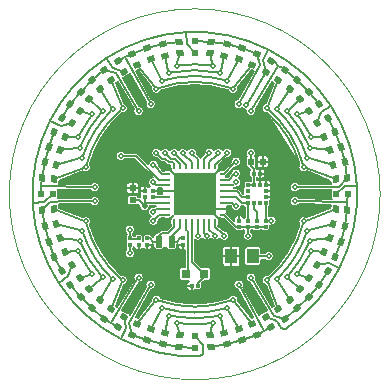
<source format=gbr>
G04 GENERATED BY PULSONIX 8.5 GERBER.DLL 5900*
G04 #@! TF.Part,Single*
%FSLAX35Y35*%
%LPD*%
%MOIN*%
G04 #@! TF.FileFunction,Copper,L1,Top*
G04 #@! TA.AperFunction,Profile*
%ADD10C,0.00001*%
G04 #@! TA.AperFunction,OtherCopper*
%ADD11C,0.00600*%
G04 #@! TA.AperFunction,ViaPad*
%ADD13C,0.02000X0.01000*%
G04 #@! TA.AperFunction,Conductor*
%ADD17C,0.00500*%
%ADD18C,0.00787*%
G04 #@! TA.AperFunction,SMDPad*
%ADD21R,0.03937X0.05118*%
%ADD24R,0.01181X0.01417*%
%ADD25R,0.01417X0.01181*%
G04 #@! TA.AperFunction,WasherPad*
%ADD122C,0.00001*%
G04 #@! TA.AperFunction,SMDPad*
%ADD137R,0.02362X0.01969*%
%ADD138R,0.01969X0.02362*%
G04 #@! TA.AperFunction,OtherCopper*
%ADD191C,0.00500*%
G04 #@! TA.AperFunction,SMDPad*
%ADD192R,0.03150X0.03150*%
%ADD193R,0.01969X0.03937*%
%ADD194R,0.01378X0.01476*%
%ADD195R,0.01476X0.01378*%
%AMT196*0 Bullet Pad at angle 0*1,1,0.00984,0.00000,0.00541*21,1,0.00984,0.01083,0,0,0*%
%ADD196T196*%
%AMT197*0 Bullet Pad at angle 90*1,1,0.00984,-0.00541,0.00000*21,1,0.00984,0.01083,0,0,90*%
%ADD197T197*%
%AMT198*0 Bullet Pad at angle 180*1,1,0.00984,0.00000,-0.00541*21,1,0.00984,0.01083,0,0,180*%
%ADD198T198*%
%AMT199*0 Bullet Pad at angle 270*1,1,0.00984,0.00541,0.00000*21,1,0.00984,0.01083,0,0,270*%
%ADD199T199*%
%ADD200R,0.14173X0.14173*%
%AMT202*0 Rectangle Pad at angle 84*21,1,0.01969,0.02362,0,0,84*%
%ADD202T202*%
%AMT203*0 Rectangle Pad at angle 78*21,1,0.01969,0.02362,0,0,78*%
%ADD203T203*%
%AMT204*0 Rectangle Pad at angle 72*21,1,0.01969,0.02362,0,0,72*%
%ADD204T204*%
%AMT205*0 Rectangle Pad at angle 66*21,1,0.01969,0.02362,0,0,66*%
%ADD205T205*%
%AMT206*0 Rectangle Pad at angle 60*21,1,0.01969,0.02362,0,0,60*%
%ADD206T206*%
%AMT207*0 Rectangle Pad at angle 18*21,1,0.01969,0.02362,0,0,18*%
%ADD207T207*%
%AMT208*0 Rectangle Pad at angle 12*21,1,0.01969,0.02362,0,0,12*%
%ADD208T208*%
%AMT209*0 Rectangle Pad at angle 6*21,1,0.01969,0.02362,0,0,6*%
%ADD209T209*%
%AMT210*0 Rectangle Pad at angle 174*21,1,0.01969,0.02362,0,0,174*%
%ADD210T210*%
%AMT211*0 Rectangle Pad at angle 168*21,1,0.01969,0.02362,0,0,168*%
%ADD211T211*%
%AMT212*0 Rectangle Pad at angle 36*21,1,0.01969,0.02362,0,0,36*%
%ADD212T212*%
%AMT213*0 Rectangle Pad at angle 30*21,1,0.01969,0.02362,0,0,30*%
%ADD213T213*%
%AMT214*0 Rectangle Pad at angle 24*21,1,0.01969,0.02362,0,0,24*%
%ADD214T214*%
%AMT215*0 Rectangle Pad at angle 108*21,1,0.01969,0.02362,0,0,108*%
%ADD215T215*%
%AMT216*0 Rectangle Pad at angle 102*21,1,0.01969,0.02362,0,0,102*%
%ADD216T216*%
%AMT217*0 Rectangle Pad at angle 96*21,1,0.01969,0.02362,0,0,96*%
%ADD217T217*%
%AMT218*0 Rectangle Pad at angle 162*21,1,0.01969,0.02362,0,0,162*%
%ADD218T218*%
%AMT219*0 Rectangle Pad at angle 156*21,1,0.01969,0.02362,0,0,156*%
%ADD219T219*%
%AMT220*0 Rectangle Pad at angle 150*21,1,0.01969,0.02362,0,0,150*%
%ADD220T220*%
%AMT221*0 Rectangle Pad at angle 144*21,1,0.01969,0.02362,0,0,144*%
%ADD221T221*%
%AMT222*0 Rectangle Pad at angle 138*21,1,0.01969,0.02362,0,0,138*%
%ADD222T222*%
%AMT223*0 Rectangle Pad at angle 132*21,1,0.01969,0.02362,0,0,132*%
%ADD223T223*%
%AMT224*0 Rectangle Pad at angle 54*21,1,0.01969,0.02362,0,0,54*%
%ADD224T224*%
%AMT225*0 Rectangle Pad at angle 48*21,1,0.01969,0.02362,0,0,48*%
%ADD225T225*%
%AMT226*0 Rectangle Pad at angle 42*21,1,0.01969,0.02362,0,0,42*%
%ADD226T226*%
%AMT227*0 Rectangle Pad at angle 126*21,1,0.01969,0.02362,0,0,126*%
%ADD227T227*%
%AMT228*0 Rectangle Pad at angle 120*21,1,0.01969,0.02362,0,0,120*%
%ADD228T228*%
%AMT229*0 Rectangle Pad at angle 114*21,1,0.01969,0.02362,0,0,114*%
%ADD229T229*%
G04 #@! TA.AperFunction,ComponentPad*
%ADD330C,0.02000X0.01000*%
X0Y0D02*
D02*
D10*
X61811Y123622D02*
G75*
G03Y0J-61811D01*
G01*
G75*
G03Y123622J61811*
G01*
D02*
D11*
X40261Y63780D02*
X38923D01*
X41142Y63095D02*
Y61758D01*
Y64464D02*
Y65801D01*
X42023Y63780D02*
X43360D01*
X43109Y44593D02*
Y43255D01*
X44789Y62873D02*
X43452D01*
X45080Y63281D02*
Y64619D01*
X46064Y44590D02*
Y43253D01*
X46355Y44999D02*
X47692D01*
X48323Y62873D02*
X49661D01*
X52269Y62795D02*
X50931D01*
X54937Y54937D02*
X53991Y53991D01*
X54937Y68686D02*
X53991Y69631D01*
X57585Y44999D02*
X56247D01*
X57875Y44590D02*
Y43253D01*
X60341Y31300D02*
X59003D01*
X60749Y31010D02*
Y29672D01*
X68686Y54937D02*
X69631Y53991D01*
X68686Y68686D02*
X69631Y69631D01*
X71354Y56890D02*
X72691D01*
X72347Y41142D02*
X71010D01*
X74016Y38883D02*
Y37545D01*
Y43401D02*
Y44738D01*
X75684Y41142D02*
X77022D01*
X76576Y53439D02*
Y54776D01*
X83465Y65251D02*
Y66589D01*
X83542Y68409D02*
Y67072D01*
Y68990D02*
Y70328D01*
X83765Y72638D02*
X82427D01*
X83951Y68700D02*
X85288D01*
X84449Y71757D02*
Y70419D01*
Y73519D02*
Y74856D01*
X85133Y72638D02*
X86470D01*
X85433Y65251D02*
Y66589D01*
X85822Y64813D02*
X87159D01*
X85920Y60827D02*
X87258D01*
X85920Y62795D02*
X87258D01*
D02*
D13*
X22887Y42826D03*
Y80796D03*
X23483Y46325D03*
Y77297D03*
X24368Y49645D03*
Y73977D03*
X25520Y52763D03*
Y70859D03*
X27685Y35149D03*
Y88474D03*
X28428Y59477D03*
Y64145D03*
X29331Y73622D03*
X31090Y34150D03*
Y89472D03*
X34252Y57874D03*
X34462Y33491D03*
Y90131D03*
X37205Y74606D03*
X37770Y33160D03*
Y90462D03*
X40157Y42126D03*
Y50000D03*
X43098Y34068D03*
Y89554D03*
X45079Y57874D03*
X47141Y31733D03*
Y91889D03*
X48031Y52953D03*
Y55906D03*
Y65748D03*
Y71654D03*
X49016Y75591D03*
X49019Y26665D03*
Y96957D03*
X50959Y23966D03*
Y99656D03*
X51969Y75591D03*
X53216Y21376D03*
Y102246D03*
X54921Y75591D03*
X55784Y18925D03*
Y104697D03*
X57874Y75591D03*
X60827D03*
X62795Y48031D03*
X63780Y39173D03*
Y78543D03*
X65748Y48031D03*
X66732Y75591D03*
X67838Y18925D03*
Y104697D03*
X68701Y48031D03*
X69685Y75591D03*
X70406Y21376D03*
Y102246D03*
X71654Y48031D03*
X72638Y75591D03*
X72663Y23966D03*
Y99656D03*
X74603Y26665D03*
Y96957D03*
X75591Y57874D03*
Y65748D03*
Y68701D03*
Y72638D03*
X76481Y31733D03*
Y91889D03*
X79035Y91645D03*
X79528Y48032D03*
X80512Y75591D03*
X80524Y34068D03*
Y89554D03*
X85852Y33160D03*
Y90462D03*
X86417Y41142D03*
X87402Y53030D03*
X89160Y33491D03*
Y90131D03*
X89370Y57874D03*
X90354Y80512D03*
X92532Y34150D03*
Y89472D03*
X95194Y59477D03*
Y64145D03*
X95937Y35149D03*
Y88474D03*
X98102Y52763D03*
Y70859D03*
X99254Y49645D03*
Y73977D03*
X100139Y46325D03*
Y77297D03*
X100735Y42826D03*
Y80796D03*
D02*
D17*
X10708Y64489D02*
X10910Y67161D01*
X10708Y64489D02*
X10630Y61811D01*
X10910Y56461D02*
X11748Y51170D01*
X10910Y67161D02*
X11748Y72452D01*
X13135Y77627*
Y45995D02*
X11748Y51170D01*
X13135Y77627D02*
X15055Y82628D01*
X13577Y86387D02*
G75*
G03X7751Y58978I48233J-24576D01*
G01*
X13577Y86387D02*
X17085Y84600D01*
X20896Y85433*
X14567Y61811D02*
X11683Y59184D01*
X7751Y58978*
X14826Y56873D02*
X24820Y53032D01*
X14826Y66749D02*
X24820Y70590D01*
X15055Y40994D02*
X13135Y45995D01*
X15599Y71634D02*
X23643Y73783D01*
X16411Y32328D02*
G75*
G02X7751Y58978I45400J29485D01*
G01*
X16411Y32328D02*
X19712Y34472D01*
X20896Y38189*
X16411Y32328D02*
G75*
G03X37235Y13577I45402J29483D01*
G01*
X16879Y76410D02*
X22739Y77197D01*
X17487Y36220D02*
X15055Y40994D01*
X17487Y87402D02*
X20405Y91895D01*
X18651Y42595D02*
X22138Y42786D01*
X18651Y81027D02*
X22138Y80836D01*
X20405Y91895D02*
X23776Y96058D01*
X22739Y46425D02*
X16879Y47212D01*
X23221Y42155D02*
G75*
G03X27228Y35744I35270J17587D01*
G01*
X23221Y81467D02*
G75*
G02X27228Y87879I35276J-17586D01*
G01*
X23590Y34042D02*
X26961Y34953D01*
X23590Y89580D02*
X26961Y88669D01*
X23643Y49839D02*
X15599Y51988D01*
X23770Y45633D02*
G75*
G03X30594Y34712I36112J14972D01*
G01*
X23776Y27564D02*
X20405Y31728D01*
X23776Y96058D02*
X27564Y99846D01*
X24606Y48934D02*
G75*
G03X33928Y34017I35837J12024D01*
G01*
X25709Y52037D02*
G75*
G03X37200Y33648I35039J9111D01*
G01*
X26702Y30199D02*
X30533Y33648D01*
X27564Y23776D02*
X23776Y27564D01*
X27678Y59482D02*
X18563Y59544D01*
X13649Y59287*
X10910Y56461*
X27678Y64160D02*
X10708Y64489D01*
X30199Y26702D02*
X34063Y32855D01*
X30533Y89974D02*
X26702Y93423D01*
X30594Y88910D02*
G75*
G03X23770Y77990I29285J-25893D01*
G01*
X31728Y20405D02*
X27564Y23776D01*
X31728Y103217D02*
X27564Y99846D01*
X32328Y107211D02*
G75*
G03X13577Y86387I29483J-45402D01*
G01*
X32328Y107211D02*
X34472Y103910D01*
X38189Y102726*
X33928Y89605D02*
G75*
G03X24606Y74688I26516J-26941D01*
G01*
X33940Y18893D02*
X31728Y20405D01*
X33940Y18893D02*
X42710Y33426D01*
X33940Y18893D02*
X36220Y17487D01*
X34042Y23590D02*
X37498Y32461D01*
X34063Y90767D02*
X30199Y96920D01*
X37200Y89974D02*
G75*
G03X25709Y71585I23548J-27500D01*
G01*
X37235Y13577D02*
X39022Y17085D01*
X38189Y20896*
X37498Y91161D02*
X34042Y100032D01*
X38579Y107407D02*
X38575Y107414D01*
X36220Y106135*
X38579Y107407D02*
X40994Y108567D01*
X38579Y107407D02*
X46779Y92545D01*
X40159Y47125D02*
Y47047D01*
X43109*
Y47127*
X40159Y47125D02*
Y49250D01*
X40994Y15055D02*
X39916Y18839D01*
X46775Y31079*
X40994Y15055D02*
X45995Y13135D01*
X40994Y108567D02*
X45995Y110487D01*
X42595Y18651D02*
X48550Y26080D01*
X42595Y104971D02*
X48550Y97542D01*
X42715Y90199D02*
X35544Y102259D01*
X31728Y103217*
X45080Y57875D02*
X46063Y58858D01*
X52756*
X45080Y57875D02*
Y60747D01*
X45995Y110487D02*
X51170Y111874D01*
X47212Y16879D02*
X50609Y23303D01*
X47212Y106743D02*
X50609Y100319D01*
X48562Y53483D02*
X50000Y54921D01*
X52756*
X49546Y75060D02*
X50984Y73622D01*
X51969*
X53150Y72441*
X54528*
X54921Y72047*
Y70866*
X49726Y26416D02*
G75*
G03X73896I12085J34269D01*
G01*
X49803Y46063D02*
Y47835D01*
X50984Y49016*
X52953*
X54921Y50984*
Y52756*
X49803Y46063D02*
X48031D01*
X46970Y47125*
X46064*
X51170Y11748D02*
X45995Y13135D01*
X51170Y111874D02*
X56461Y112712D01*
X51988Y15599D02*
X53060Y20642D01*
X51988Y108023D02*
X53060Y102980D01*
X52499Y75060D02*
X53937Y73622D01*
X55118*
X56890Y71850*
Y70866*
X52756Y56890D02*
X49016D01*
X48562Y56436*
X52756Y60827D02*
X50787D01*
Y60747*
X48033*
X52756Y62795D02*
X60827D01*
X61281Y62341*
X52756Y64764D02*
X49016D01*
X48562Y65218*
X52756Y66732D02*
X50000D01*
X42126Y74606*
X37955*
X52756Y68701D02*
X50984D01*
X48562Y71123*
X53951Y102396D02*
G75*
G02X69671I7860J-38702D01*
G01*
X54134Y46063D02*
X55906D01*
X56967Y47125*
X57875*
X54134Y46063D02*
Y47835D01*
X56890Y50591*
Y52756*
X56461Y10910D02*
X51170Y11748D01*
X56873Y14826D02*
X55976Y18201D01*
X56873Y108796D02*
X55976Y105422D01*
X58858Y52756D02*
Y50000D01*
X59449Y49409*
Y35827*
X58858Y35236*
Y70866D02*
Y71654D01*
X55452Y75060*
X58978Y115871D02*
G75*
G02X86387Y110045I2800J-54214D01*
G01*
X58978Y115871D02*
G75*
G03X32328Y107211I2737J-53759D01*
G01*
X58978Y115871D02*
X59184Y111939D01*
X61811Y109055*
X60827Y70866D02*
Y72638D01*
X58404Y75060*
X61357D02*
X62795Y73622D01*
Y70866*
X61811Y10630D02*
X56461Y10910D01*
X61811Y14567D02*
X64438Y11683D01*
Y8661*
X63528Y7751*
X63386*
G75*
G02X37235Y13577I-1670J54108*
G01*
X61811Y112992D02*
X67161Y112712D01*
X62795Y48781D02*
Y52756D01*
X64764Y35039D02*
Y34252D01*
X62875Y32363*
Y31300*
X64764Y35236D02*
Y35039D01*
Y35236D02*
X60827Y39173D01*
Y52756*
X65218Y48562D02*
X64764Y49016D01*
Y52756*
X66202Y75060D02*
X64764Y73622D01*
Y70866*
X66732Y52756D02*
Y50000D01*
X68171Y48562*
X66749Y14826D02*
X67646Y18201D01*
X67095Y18827D02*
G75*
G02X56527I-5284J40115D01*
G01*
X67095Y104795D02*
G75*
G03X56527I-5284J-40115D01*
G01*
X67161Y112712D02*
X72452Y111874D01*
X67646Y105422D02*
X66749Y108796D01*
X68701Y52756D02*
Y50984D01*
X71123Y48562*
X69155Y75060D02*
X66732Y72638D01*
Y70866*
X69671Y21226D02*
G75*
G02X53951I-7860J38702D01*
G01*
X70866Y54921D02*
X71654D01*
X75670Y50904*
X76576*
X70866Y56890D02*
X66732D01*
X62341Y61281*
X70866Y62795D02*
X75758D01*
X77545Y61009*
X77726Y60838*
X78119Y60827*
X79478*
X70866Y64764D02*
X74616D01*
X75065Y65213*
X71634Y15599D02*
X70562Y20642D01*
X71634Y108023D02*
X70562Y102980D01*
X71940Y23766D02*
G75*
G02X51682I-10129J36638D01*
G01*
X71940Y99856D02*
G75*
G03X51682I-10129J-36638D01*
G01*
X72107Y75060D02*
X68701Y71654D01*
Y70866*
X72452Y11748D02*
X67161Y10910D01*
X72452Y111874D02*
X77627Y110487D01*
X73896Y97206D02*
G75*
G03X49726I-12085J-34269D01*
G01*
X74889Y68437D02*
X73184Y66732D01*
X70866*
X74980Y58310D02*
X74213Y58858D01*
X70866*
X75060Y72107D02*
X71654Y68701D01*
X70866*
X76410Y16879D02*
X73013Y23303D01*
X76410Y106743D02*
X73013Y100319D01*
X76843Y31077D02*
X85043Y16215D01*
X77627Y13135D02*
X72452Y11748D01*
X79528Y58809D02*
Y55119D01*
X79529Y54921*
Y53030*
X79528Y58809D02*
X77559D01*
X75541Y60827*
X70866*
X79529Y50904D02*
X79528Y48782D01*
X79529Y50904D02*
X82481D01*
X79529D02*
X76576D01*
X80512Y72638D02*
Y71260D01*
X81416Y70356*
Y68700*
X80512Y72638D02*
Y74841D01*
X80907Y33423D02*
X88078Y21363D01*
X91895Y20405*
X81027Y18651D02*
X75072Y26080D01*
X81027Y104971D02*
X75072Y97542D01*
X81416Y64813D02*
X79528D01*
X81416Y68700D02*
Y64813D01*
X81496D02*
X81416D01*
X82481Y50904D02*
X85434D01*
X82481Y53030D02*
Y55906D01*
X82480*
X81496Y56890*
Y58809*
X82628Y15055D02*
X77627Y13135D01*
X82628Y108567D02*
X83706Y104783D01*
X76848Y92543*
X82628Y108567D02*
X77627Y110487D01*
X85043Y16215D02*
X85047Y16208D01*
X87402Y17487*
X85043Y16215D02*
X82628Y15055D01*
X85433Y102726D02*
X79410Y92294D01*
X85434Y53030D02*
X85433Y53031D01*
Y58809*
X85434Y53030D02*
X86652D01*
X86387Y110045D02*
G75*
G02X107211Y91294I-24578J-48234D01*
G01*
X86387Y110045D02*
X84600Y106537D01*
X85433Y102726*
X89580Y23590D02*
X86125Y32461D01*
X89580Y100032D02*
X86125Y91161D01*
X89682Y104729D02*
X91339Y103937D01*
X91895Y103217*
X89682Y104729D02*
X88583Y105906D01*
X87402Y106135*
X89682Y104729D02*
X80912Y90197D01*
X91895Y20405D02*
X96058Y23776D01*
X91895Y103217D02*
X96058Y99846D01*
X93423Y26702D02*
X89559Y32855D01*
X93423Y96920D02*
X89559Y90767D01*
X96058Y99846D02*
X99846Y96058D01*
X96413Y87893D02*
G75*
G02X96896Y87275I-12856J-10545D01*
G01*
G75*
G02X100405Y81469I-35194J-25234*
G01*
X96920Y30199D02*
X93089Y33648D01*
X96920Y93423D02*
X93089Y89974D01*
X97913Y52037D02*
G75*
G02X86422Y33648I-35039J9111D01*
G01*
X97913Y71585D02*
G75*
G03X86422Y89974I-35039J-9111D01*
G01*
X99016Y48934D02*
G75*
G02X89694Y34017I-35837J12024D01*
G01*
X99016Y74688D02*
G75*
G03X89694Y89605I-35837J-12024D01*
G01*
X99846Y27564D02*
X96058Y23776D01*
X99846Y96058D02*
X103217Y91895D01*
X99852Y45633D02*
G75*
G02X93028Y34712I-36112J14972D01*
G01*
X99852Y77990D02*
G75*
G03X93028Y88910I-36109J-14973D01*
G01*
X100032Y34042D02*
X96661Y34953D01*
X100032Y89580D02*
X96661Y88669D01*
X100401Y42155D02*
G75*
G02X96394Y35744I-35270J17587D01*
G01*
X103217Y31728D02*
X99846Y27564D01*
X104971Y42595D02*
X101484Y42786D01*
X104971Y81027D02*
X103748Y80790D01*
X101485Y80794*
X106135Y36220D02*
X103217Y31728D01*
X106135Y87402D02*
X108567Y82628D01*
X106743Y47212D02*
X100883Y46425D01*
X106743Y76410D02*
X100883Y77197D01*
X107211Y91294D02*
X103910Y89150D01*
X102726Y85433*
X108023Y51988D02*
X99979Y49839D01*
X108023Y71634D02*
X99979Y73783D01*
X108567Y82628D02*
X110487Y77627D01*
X108796Y56873D02*
X98802Y53032D01*
X108796Y66749D02*
X98802Y70590D01*
X110045Y37235D02*
G75*
G02X92126Y16929I-48260J24527D01*
G01*
X91732*
X90551Y17323*
X89150Y19712*
X85433Y20896*
X110045Y37235D02*
G75*
G03X115871Y64644I-48233J24576D01*
G01*
X110045Y37235D02*
X106537Y39022D01*
X102726Y38189*
X110487Y45995D02*
X108567Y40994D01*
X110487Y77627D02*
X111874Y72452D01*
Y51170D02*
X112712Y56461D01*
X111874Y51170D02*
X110487Y45995D01*
X112565Y59151D02*
X112712Y56461D01*
X112565Y59151D02*
X112992Y61811D01*
X112565Y59151D02*
X95944Y59463D01*
X112712Y67161D02*
X111874Y72452D01*
X112712Y67161D02*
X109973Y64335D01*
X95944Y64155*
X115871Y64644D02*
X111939Y64438D01*
X109055Y61811*
X115871Y64644D02*
G75*
G03X107211Y91294I-54060J-2835D01*
G01*
D02*
D18*
X40159Y44999D02*
Y43020D01*
X41142Y59843D02*
X43110D01*
X44447Y58506*
X81102Y41142D02*
X85524D01*
D02*
D21*
X74016D03*
X81102D03*
D02*
D24*
X40159Y44999D03*
Y47125D03*
X43109Y45001D03*
Y47127D03*
X45080Y60747D03*
Y62873D03*
X46064Y44999D03*
Y47125D03*
X48033Y60747D03*
Y62873D03*
X57875Y44999D03*
Y47125D03*
X76576Y50904D03*
Y53030D03*
X79529Y50904D03*
Y53030D03*
X82481Y50904D03*
Y53030D03*
X85434Y50904D03*
Y53030D03*
D02*
D25*
X60749Y31300D03*
X62875D03*
X81416Y68700D03*
X83542D03*
D02*
D122*
X20472Y20472D03*
Y103150D03*
X103150Y20472D03*
Y103150D03*
D02*
D137*
X41142Y59843D03*
Y63780D03*
X61811Y10630D03*
Y14567D03*
Y109055D03*
Y112992D03*
D02*
D138*
X10630Y61811D03*
X14567D03*
X80512Y72638D03*
X84449D03*
X109055Y61811D03*
X112992D03*
D02*
D191*
X49661Y62164D02*
G75*
G02X49573Y61747I-1037J1D01*
G01*
X50396*
G75*
G02X50787Y61827I392J-919*
G01*
X51047*
G75*
G02X50931Y62303I921J477*
G01*
Y63287*
G75*
G02X51047Y63764I1039*
G01*
X49644*
G75*
G02X49661Y63581I-1025J-187*
G01*
Y62164*
G36*
G75*
G02X49573Y61747I-1037J1*
G01*
X50396*
G75*
G02X50787Y61827I392J-919*
G01*
X51047*
G75*
G02X50931Y62303I921J477*
G01*
Y63287*
G75*
G02X51047Y63764I1039*
G01*
X49644*
G75*
G02X49661Y63581I-1025J-187*
G01*
Y62164*
G37*
X72691Y56398D02*
G75*
G02X72367Y55645I-1037D01*
G01*
G75*
G02X72377Y55612I-733J-240*
G01*
X74948Y53041*
Y53739*
G75*
G02X75985Y54776I1037*
G01*
X77167*
G75*
G02X78197Y53856J-1037*
G01*
G75*
G02X78513Y54357I741J-117*
G01*
Y54915*
X78512Y55125*
Y57396*
G75*
G02X78136Y57809I327J675*
G01*
X77566*
G75*
G02X77340Y57833I-8J998*
G01*
G75*
G02X73841Y57858I-1749J41*
G01*
X72575*
G75*
G02X72691Y57382I-921J-477*
G01*
Y56398*
G36*
G75*
G02X72367Y55645I-1037*
G01*
G75*
G02X72377Y55612I-733J-240*
G01*
X74948Y53041*
Y53739*
G75*
G02X75985Y54776I1037*
G01*
X77167*
G75*
G02X78197Y53856J-1037*
G01*
G75*
G02X78513Y54357I741J-117*
G01*
Y54915*
X78512Y55125*
Y57396*
G75*
G02X78136Y57809I327J675*
G01*
X77566*
G75*
G02X77340Y57833I-8J998*
G01*
G75*
G02X73841Y57858I-1749J41*
G01*
X72575*
G75*
G02X72691Y57382I-921J-477*
G01*
Y56398*
G37*
X80830Y103126D02*
X76282Y97452D01*
G75*
G02X72926Y96458I-1679J-495*
G01*
G75*
G03X50696I-11115J-34647*
G01*
G75*
G02X47340Y97452I-1677J499*
G01*
X42792Y103126*
X42234Y102877*
G75*
G02X42223Y102872I-320J690*
G01*
X47323Y93629*
G75*
G02X48891Y91889I-182J-1740*
G01*
G75*
G02X45391I-1750*
G01*
G75*
G02X45572Y92663I1749J-1*
G01*
X40380Y102072*
G75*
G02X40095Y101787I-676J391*
G01*
X38049Y100606*
G75*
G02X37749Y100506I-392J677*
G01*
X43223Y91300*
G75*
G02X44848Y89554I-126J-1746*
G01*
G75*
G02X41348I-1750*
G01*
G75*
G02X41504Y90278I1751J1*
G01*
X36106Y99356*
G75*
G02X36035Y99298I-527J572*
G01*
X35541Y98939*
X38180Y92163*
G75*
G02X37364Y88760I-410J-1701*
G01*
G75*
G03X26872Y71971I24446J-26950*
G01*
G75*
G02X24539Y69411I-1352J-1111*
G01*
X16559Y66344*
X16458Y65390*
G75*
G02X16457Y65378I-759J57*
G01*
X27012Y65173*
G75*
G02X30178Y64145I1416J-1028*
G01*
G75*
G02X26973Y63173I-1750*
G01*
X16191Y63383*
G75*
G02X16301Y62992I-641J-391*
G01*
Y60630*
G75*
G02X16277Y60442I-750*
G01*
X18510Y60559*
G75*
G02X18578Y60560I49J-1009*
G01*
X27010Y60502*
G75*
G02X30178Y59477I1418J-1025*
G01*
G75*
G02X26996Y58471I-1750*
G01*
X18587Y58529*
X16416Y58415*
G75*
G02X16458Y58232I-736J-265*
G01*
X16559Y57278*
X24539Y54211*
G75*
G02X26872Y51651I981J-1449*
G01*
G75*
G03X37364Y34862I34938J10161*
G01*
G75*
G02X38180Y31459I406J-1702*
G01*
X35541Y24683*
X36035Y24324*
G75*
G02X36045Y24317I-435J-632*
G01*
X41500Y33355*
G75*
G02X41348Y34068I1598J713*
G01*
G75*
G02X44848I1750*
G01*
G75*
G02X43212Y32321I-1750*
G01*
X37659Y23121*
G75*
G02X38049Y23016I-2J-782*
G01*
X40095Y21835*
G75*
G02X40331Y21625I-391J-677*
G01*
X45567Y30969*
G75*
G02X45391Y31733I1574J765*
G01*
G75*
G02X48891I1750*
G01*
G75*
G02X47311Y29992I-1750J1*
G01*
X42148Y20777*
G75*
G02X42234Y20745I-228J-745*
G01*
X42792Y20496*
X47340Y26170*
G75*
G02X50696Y27164I1679J495*
G01*
G75*
G03X72926I11115J34647*
G01*
G75*
G02X76282Y26170I1677J-499*
G01*
X80830Y20496*
X81388Y20745*
G75*
G02X81399Y20750I320J-690*
G01*
X76299Y29993*
G75*
G02X74731Y31733I182J1740*
G01*
G75*
G02X78231I1750*
G01*
G75*
G02X78050Y30959I-1749J1*
G01*
X83242Y21550*
G75*
G02X83527Y21835I676J-391*
G01*
X85573Y23016*
G75*
G02X85873Y23116I392J-677*
G01*
X80399Y32322*
G75*
G02X78774Y34068I126J1746*
G01*
G75*
G02X82274I1750*
G01*
G75*
G02X82118Y33344I-1751J-1*
G01*
X87516Y24266*
G75*
G02X87587Y24324I527J-572*
G01*
X88081Y24683*
X85442Y31459*
G75*
G02X86258Y34862I410J1701*
G01*
G75*
G03X96750Y51651I-24446J26950*
G01*
G75*
G02X99083Y54211I1352J1111*
G01*
X107063Y57278*
X107164Y58232*
G75*
G02X107166Y58252I769J-67*
G01*
X96611Y58450*
G75*
G02X93444Y59477I-1417J1027*
G01*
G75*
G02X96649Y60450I1750*
G01*
X107426Y60248*
G75*
G02X107321Y60630I645J383*
G01*
Y62992*
G75*
G02X107388Y63302I751*
G01*
X96643Y63164*
G75*
G02X93444Y64145I-1449J981*
G01*
G75*
G02X96617Y65164I1750*
G01*
X107179Y65299*
G75*
G02X107164Y65390I764J173*
G01*
X107063Y66344*
X99083Y69411*
G75*
G02X96750Y71971I-981J1449*
G01*
G75*
G03X86258Y88760I-34938J-10161*
G01*
G75*
G02X85442Y92163I-406J1702*
G01*
X88081Y98939*
X87587Y99298*
G75*
G02X87577Y99305I435J632*
G01*
X82122Y90267*
G75*
G02X82274Y89554I-1598J-713*
G01*
G75*
G02X78774I-1750*
G01*
G75*
G02X78810Y89909I1751J2*
G01*
G75*
G02X77645Y90582I225J1735*
G01*
G75*
G02X74731Y91889I-1164J1307*
G01*
G75*
G02X76311Y93630I1750J-1*
G01*
X81474Y102845*
G75*
G02X81388Y102877I228J745*
G01*
X80830Y103126*
X85433Y74856D02*
G75*
G02X86470Y73819J-1037D01*
G01*
Y71457*
G75*
G02X85433Y70419I-1037*
G01*
X83465*
G75*
G02X82427Y71457J1038*
G01*
Y73819*
G75*
G02X83465Y74856I1038*
G01*
X85433*
X86433Y54488D02*
G75*
G02X89152Y53030I969J-1458D01*
G01*
G75*
G02X86775Y51396I-1750*
G01*
Y50196*
G75*
G02X86025Y49446I-750*
G01*
X84844*
G75*
G02X84233Y49761J750*
G01*
X83683*
G75*
G02X83072Y49446I-611J435*
G01*
X81891*
G75*
G02X81280Y49761J750*
G01*
X80730*
G75*
G02X80688Y49707I-611J432*
G01*
X80688Y49343*
G75*
G02X81278Y48032I-1160J-1310*
G01*
G75*
G02X77778I-1750*
G01*
G75*
G02X78369Y49343I1750*
G01*
X78369Y49707*
G75*
G02X78327Y49761I576J491*
G01*
X77777*
G75*
G02X77167Y49446I-611J434*
G01*
X75985*
G75*
G02X75264Y49991J750*
G01*
G75*
G02X74963Y50197I405J914*
G01*
X71481Y53679*
X70571*
G75*
G02X69686Y54050J1242*
G01*
G75*
G02X69572Y53936I-792J678*
G01*
G75*
G02X69943Y53051I-871J-885*
G01*
Y51969*
G75*
G02X69701Y51417I-750*
G01*
Y51399*
X71345Y49754*
G75*
G02X73404Y48031I309J-1723*
G01*
G75*
G02X70177Y47092I-1750*
G01*
G75*
G02X67224I-1476J940*
G01*
G75*
G02X64272Y47092I-1476J939*
G01*
G75*
G02X61827Y46574I-1476J940*
G01*
Y39587*
X63853Y37561*
X66339*
G75*
G02X67089Y36811J-750*
G01*
Y33661*
G75*
G02X66339Y32911I-750*
G01*
X64837*
X64218Y32292*
G75*
G02X64334Y31891I-634J-401*
G01*
Y30710*
G75*
G02X63584Y29960I-750*
G01*
X62175*
G75*
G02X61458Y29672I-718J750*
G01*
X60041*
G75*
G02X59003Y30710J1038*
G01*
Y31891*
G75*
G02X59854Y32911I1037*
G01*
X57283*
G75*
G02X56533Y33661J750*
G01*
Y36811*
G75*
G02X57283Y37561I750*
G01*
X58449*
Y43253*
X57285*
G75*
G02X56247Y44290J1037*
G01*
Y45123*
G75*
G02X55898Y45063I-341J940*
G01*
X55868*
Y44094*
G75*
G02X55118Y43344I-750*
G01*
X53150*
G75*
G02X52443Y43844J750*
G01*
X51494*
G75*
G02X50787Y43344I-707J250*
G01*
X48819*
G75*
G02X48069Y44094J750*
G01*
Y45063*
X48039*
G75*
G02X47692Y45122I-8J1001*
G01*
Y44290*
G75*
G02X46655Y43253I-1037*
G01*
X45474*
G75*
G02X44586Y43753I-1J1037*
G01*
G75*
G02X43700Y43255I-886J539*
G01*
X42519*
G75*
G02X41489Y44166J1038*
G01*
G75*
G02X41302Y43784I-739J125*
G01*
Y43450*
G75*
G02X41907Y42126I-1145J-1324*
G01*
G75*
G02X38407I-1750*
G01*
G75*
G02X39015Y43452I1751*
G01*
Y43784*
G75*
G02X38818Y44290I553J506*
G01*
Y45707*
G75*
G02X38907Y46062I751*
G01*
G75*
G02X38818Y46416I660J354*
G01*
Y47833*
G75*
G02X39143Y48451I750*
G01*
Y48574*
G75*
G02X38407Y50000I1014J1426*
G01*
G75*
G02X41907I1750*
G01*
G75*
G02X41174Y48576I-1750*
G01*
Y48451*
G75*
G02X41468Y48047I-425J-618*
G01*
X41799*
G75*
G02X42519Y48586I720J-212*
G01*
X43700*
G75*
G02X44450Y47836J-750*
G01*
Y46427*
G75*
G02X44587Y46247I-751J-713*
G01*
G75*
G02X44724Y46424I884J-543*
G01*
Y47833*
G75*
G02X45474Y48583I750*
G01*
X46655*
G75*
G02X47376Y48039J-749*
G01*
G75*
G02X47677Y47832I-407J-915*
G01*
X48069Y47440*
Y48031*
G75*
G02X48819Y48781I750*
G01*
X49336*
X50277Y49723*
G75*
G02X50992Y50016I707J-708*
G01*
X52539*
X53921Y51398*
Y51417*
G75*
G02X53679Y51969I508J552*
G01*
Y53051*
G75*
G02X54050Y53936I1242*
G01*
G75*
G02X53936Y54050I678J792*
G01*
G75*
G02X53051Y53679I-885J871*
G01*
X51969*
G75*
G02X51417Y53921J750*
G01*
X50414*
X49754Y53261*
G75*
G02X49781Y52953I-1720J-306*
G01*
G75*
G02X46281I-1750*
G01*
G75*
G02X47092Y54429I1750J-1*
G01*
G75*
G02X48341Y57628I940J1477*
G01*
G75*
G02X48767Y57858I674J-739*
G01*
X46829*
G75*
G02X43329Y57874I-1750J16*
G01*
G75*
G02X43333Y58002I1751J9*
G01*
X42925Y58411*
G75*
G02X42323Y58108I-603J448*
G01*
X39961*
G75*
G02X39211Y58858J750*
G01*
Y60827*
G75*
G02X39961Y61577I750*
G01*
X42323*
G75*
G02X43056Y60986J-750*
G01*
X43110*
G75*
G02X43739Y60798I1J-1143*
G01*
Y61447*
G75*
G02X43452Y62164I751J716*
G01*
Y63581*
G75*
G02X44489Y64619I1037*
G01*
X45670*
G75*
G02X46556Y64121J-1038*
G01*
G75*
G02X46865Y64444I888J-540*
G01*
G75*
G02X47832Y67487I1167J1304*
G01*
X41712Y73606*
X38641*
G75*
G02X35455Y74606I-1436J1000*
G01*
G75*
G02X38641Y75606I1750*
G01*
X42126*
G75*
G02X42838Y75308J-1000*
G01*
X46293Y71854*
G75*
G02X49781Y71654I1738J-200*
G01*
G75*
G02X49754Y71345I-1753J-2*
G01*
X51399Y69701*
X51417*
G75*
G02X51969Y69943I552J-508*
G01*
X53051*
G75*
G02X53936Y69572J-1242*
G01*
G75*
G02X54050Y69686I792J-678*
G01*
G75*
G02X53679Y70571I871J885*
G01*
Y71441*
X53157*
G75*
G02X52442Y71734I-8J1001*
G01*
X51554Y72622*
X50984*
G75*
G02X50272Y72920J1000*
G01*
X49324Y73868*
G75*
G02X47266Y75591I-308J1723*
G01*
G75*
G02X50492Y76530I1750*
G01*
G75*
G02X53445I1477J-940*
G01*
G75*
G02X56398I1477J-940*
G01*
G75*
G02X59350I1476J-939*
G01*
G75*
G02X62549Y75282I1476J-940*
G01*
X63497Y74334*
G75*
G02X63780Y73799I-700J-713*
G01*
G75*
G02X64062Y74334I983J-176*
G01*
X65010Y75282*
G75*
G02X68209Y76530I1723J308*
G01*
G75*
G02X71161I1476J-939*
G01*
G75*
G02X74388Y75591I1477J-939*
G01*
G75*
G02X72329Y73868I-1750*
G01*
X69943Y71481*
Y70571*
G75*
G02X69572Y69686I-1242*
G01*
G75*
G02X69686Y69572I-678J-792*
G01*
G75*
G02X70571Y69943I885J-871*
G01*
X71481*
X73868Y72329*
G75*
G02X73841Y72638I1726J307*
G01*
G75*
G02X77341I1750*
G01*
G75*
G02X75282Y70915I-1750*
G01*
X72377Y68010*
G75*
G02X72233Y67732I-725J199*
G01*
X72770*
X73844Y68806*
G75*
G02X77341Y68701I1747J-105*
G01*
G75*
G02X76530Y67224I-1751*
G01*
G75*
G02X75289Y64024I-940J-1476*
G01*
G75*
G02X74920Y63811I-673J739*
G01*
X75758*
G75*
G02X76481Y63509J-1016*
G01*
X77999Y61991*
G75*
G02X77990Y62106I738J116*
G01*
Y63484*
G75*
G02X78111Y63893I751*
G01*
G75*
G02X78089Y64075I727J180*
G01*
Y65551*
G75*
G02X78839Y66301I750*
G01*
X80217*
G75*
G02X80416Y66274J-748*
G01*
Y67418*
G75*
G02X79957Y68109I291J691*
G01*
Y69290*
G75*
G02X80388Y69969I750*
G01*
X79805Y70553*
G75*
G02X79679Y70707I707J707*
G01*
X79528*
G75*
G02X78778Y71457J750*
G01*
Y73819*
G75*
G02X79164Y74475I750*
G01*
G75*
G02X78762Y75591I1348J1116*
G01*
G75*
G02X82262I1750*
G01*
G75*
G02X81860Y74475I-1750*
G01*
G75*
G02X82246Y73819I-364J-656*
G01*
Y71457*
G75*
G02X82130Y71056I-750*
G01*
G75*
G02X82416Y70356I-714J-700*
G01*
G75*
G02Y70354I-370J-1*
G01*
G75*
G02X82416Y70348I-373J-3*
G01*
Y70240*
G75*
G02X82833Y70328I418J-949*
G01*
X84251*
G75*
G02X85288Y69290J-1038*
G01*
Y68109*
G75*
G02X84251Y67072I-1037*
G01*
X82833*
G75*
G02X82416Y67159I-1J1036*
G01*
Y66524*
G75*
G02X82776Y66589I362J-974*
G01*
X84154*
G75*
G02X84449Y66546J-1037*
G01*
G75*
G02X84744Y66589I295J-994*
G01*
X86122*
G75*
G02X87159Y65551J-1038*
G01*
Y64075*
G75*
G02X87151Y63943I-1037J-3*
G01*
G75*
G02X87258Y63484I-931J-459*
G01*
Y62106*
G75*
G02X87215Y61811I-1037*
G01*
G75*
G02X87258Y61516I-994J-295*
G01*
Y60138*
G75*
G02X86872Y59331I-1037*
G01*
Y58071*
G75*
G02X86433Y57388I-750*
G01*
Y54488*
X85093Y42285D02*
G75*
G02X88167Y41142I1324J-1143D01*
G01*
G75*
G02X85093Y39998I-1750*
G01*
X83821*
Y38583*
G75*
G02X83071Y37833I-750*
G01*
X79134*
G75*
G02X78384Y38583J750*
G01*
Y43701*
G75*
G02X79134Y44451I750*
G01*
X83071*
G75*
G02X83821Y43701J-750*
G01*
Y42285*
X85093*
X75984Y44738D02*
G75*
G02X77022Y43701J-1037D01*
G01*
Y38583*
G75*
G02X75984Y37545I-1038*
G01*
X72047*
G75*
G02X71010Y38583J1038*
G01*
Y43701*
G75*
G02X72047Y44738I1037*
G01*
X75984*
X42323Y65801D02*
G75*
G02X43360Y64764J-1037D01*
G01*
Y62795*
G75*
G02X42323Y61758I-1037*
G01*
X39961*
G75*
G02X38923Y62795J1037*
G01*
Y64764*
G75*
G02X39961Y65801I1038*
G01*
X42323*
X91756Y41142D02*
G36*
X88167D01*
G75*
G02X85093Y39998I-1750*
G01*
X83821*
Y38583*
G75*
G02X83071Y37833I-750*
G01*
X79134*
G75*
G02X78384Y38583J750*
G01*
Y41142*
X77022*
Y38583*
G75*
G02X75984Y37545I-1038*
G01*
X72047*
G75*
G02X71010Y38583J1038*
G01*
Y41142*
X61827*
Y39587*
X63853Y37561*
X66339*
G75*
G02X67089Y36811J-750*
G01*
Y33661*
G75*
G02X66339Y32911I-750*
G01*
X64837*
X64218Y32292*
G75*
G02X64334Y31891I-634J-401*
G01*
Y30710*
G75*
G02X63584Y29960I-750*
G01*
X62175*
G75*
G02X61458Y29672I-718J750*
G01*
X60041*
G75*
G02X59003Y30710J1038*
G01*
Y31891*
G75*
G02X59854Y32911I1037*
G01*
X57283*
G75*
G02X56533Y33661J750*
G01*
Y36811*
G75*
G02X57283Y37561I750*
G01*
X58449*
Y41142*
X41604*
G75*
G02X38711I-1446J984*
G01*
X31866*
G75*
G03X37364Y34862I29946J20670*
G01*
G75*
G02X39520Y33160I406J-1702*
G01*
G75*
G02X38180Y31459I-1750*
G01*
X35541Y24683*
X36035Y24324*
G75*
G02X36045Y24317I-339J-495*
G01*
X41500Y33355*
G75*
G02X41348Y34068I1599J714*
G01*
G75*
G02X44848I1750*
G01*
G75*
G02X43212Y32321I-1750*
G01*
X37659Y23121*
G75*
G02X38049Y23016I-2J-783*
G01*
X40095Y21835*
G75*
G02X40331Y21625I-391J-677*
G01*
X45567Y30969*
G75*
G02X45391Y31733I1574J765*
G01*
G75*
G02X48891Y31733I1750*
G01*
G75*
G02X47311Y29992I-1750J1*
G01*
X42148Y20777*
G75*
G02X42234Y20745I-229J-747*
G01*
X42792Y20496*
X47340Y26170*
G75*
G02X47269Y26665I1679J493*
G01*
G75*
G02X50696Y27164I1750*
G01*
G75*
G03X72926I11115J34647*
G01*
G75*
G02X76353Y26665I1677J-499*
G01*
G75*
G02X76282Y26170I-1749J-2*
G01*
X80830Y20496*
X81388Y20745*
G75*
G02X81399Y20750I182J-386*
G01*
X76299Y29993*
G75*
G02X74731Y31733I182J1740*
G01*
G75*
G02X78231Y31733I1750*
G01*
G75*
G02X78050Y30959I-1749J1*
G01*
X83242Y21550*
G75*
G02X83527Y21835I676J-391*
G01*
X85573Y23016*
G75*
G02X85873Y23116I392J-676*
G01*
X80399Y32322*
G75*
G02X78774Y34068I126J1746*
G01*
G75*
G02X82274I1750*
G01*
G75*
G02X82118Y33344I-1751J-1*
G01*
X87516Y24266*
G75*
G02X87587Y24324I532J-579*
G01*
X88081Y24683*
X85442Y31459*
G75*
G02X84102Y33160I410J1701*
G01*
G75*
G02X86258Y34862I1750*
G01*
G75*
G03X91756Y41142I-24448J26950*
G01*
G37*
X43471Y63780D02*
G36*
X43360D01*
Y62795*
G75*
G02X42323Y61758I-1037*
G01*
X39961*
G75*
G02X38923Y62795J1037*
G01*
Y63780*
X30139*
G75*
G02X26973Y63173I-1711J365*
G01*
X16191Y63383*
G75*
G02X16301Y62992I-641J-391*
G01*
Y60630*
G75*
G02X16277Y60442I-750*
G01*
X18510Y60559*
G75*
G02X18578Y60560I49J-1009*
G01*
X27010Y60502*
G75*
G02X30178Y59477I1418J-1025*
G01*
G75*
G02X26996Y58471I-1750*
G01*
X18587Y58529*
X16416Y58415*
G75*
G02X16458Y58232I-735J-265*
G01*
X16559Y57278*
X24539Y54211*
G75*
G02X27270Y52763I982J-1448*
G01*
G75*
G02X26872Y51651I-1751J-1*
G01*
G75*
G03X31866Y41142I34936J10161*
G01*
X38711*
G75*
G02X38407Y42126I1446J986*
G01*
G75*
G02X39015Y43452I1751*
G01*
Y43784*
G75*
G02X38818Y44290I552J506*
G01*
Y45707*
G75*
G02X38907Y46062I751*
G01*
G75*
G02X38818Y46416I660J354*
G01*
Y47833*
G75*
G02X39143Y48451I750*
G01*
Y48574*
G75*
G02X38407Y50000I1014J1426*
G01*
G75*
G02X41907Y50000I1750*
G01*
G75*
G02X41174Y48576I-1750*
G01*
Y48451*
G75*
G02X41468Y48047I-425J-618*
G01*
X41799*
G75*
G02X42519Y48586I720J-211*
G01*
X43700*
G75*
G02X44450Y47836J-750*
G01*
Y46427*
G75*
G02X44587Y46247I-751J-713*
G01*
G75*
G02X44724Y46424I883J-542*
G01*
Y47833*
G75*
G02X45474Y48583I750*
G01*
X46655*
G75*
G02X47376Y48039J-749*
G01*
G75*
G02X47677Y47832I-407J-914*
G01*
X48069Y47440*
Y48031*
G75*
G02X48819Y48781I750*
G01*
X49336*
X50277Y49723*
G75*
G02X50992Y50016I707J-708*
G01*
X52539*
X53921Y51398*
Y51417*
G75*
G02X53679Y51968I507J551*
G01*
G75*
G02Y51969I11301J1*
G01*
Y53051*
G75*
G02X54050Y53936I1242*
G01*
G75*
G02X53936Y54050I679J793*
G01*
G75*
G02X53051Y53679I-885J871*
G01*
X51969*
G75*
G02X51417Y53921J750*
G01*
X50414*
X49754Y53261*
G75*
G02X49781Y52953I-1718J-306*
G01*
G75*
G02X46281Y52953I-1750*
G01*
G75*
G02X47092Y54429I1750J-1*
G01*
G75*
G02X46281Y55906I940J1477*
G01*
G75*
G02X48341Y57628I1750*
G01*
G75*
G02X48767Y57858I674J-739*
G01*
X46829*
G75*
G02X43329Y57874I-1750J16*
G01*
G75*
G02X43333Y58002I1763J9*
G01*
X42925Y58411*
G75*
G02X42323Y58108I-603J448*
G01*
X39961*
G75*
G02X39211Y58858J750*
G01*
Y60827*
G75*
G02X39961Y61577I750*
G01*
X42323*
G75*
G02X43056Y60986J-750*
G01*
X43110*
G75*
G02X43739Y60798I1J-1143*
G01*
Y61447*
G75*
G02X43452Y62164I750J716*
G01*
Y63581*
G75*
G02Y63582I32740J1*
G01*
G75*
G02X43471Y63780I1037*
G01*
G37*
X58449Y41142D02*
G36*
Y43253D01*
X57285*
G75*
G02X56247Y44290J1037*
G01*
Y45123*
G75*
G02X55898Y45063I-341J939*
G01*
X55868*
Y44094*
G75*
G02X55118Y43344I-750*
G01*
X53150*
G75*
G02X52443Y43844J750*
G01*
X51494*
G75*
G02X50787Y43344I-707J250*
G01*
X48819*
G75*
G02X48069Y44094J750*
G01*
Y45063*
X48039*
G75*
G02X47692Y45122I-8J1001*
G01*
Y44290*
G75*
G02X46655Y43253I-1037*
G01*
X45474*
G75*
G02X44586Y43753I-1J1037*
G01*
G75*
G02X43700Y43255I-886J539*
G01*
X42519*
G75*
G02X41489Y44166J1038*
G01*
G75*
G02X41302Y43784I-740J125*
G01*
Y43450*
G75*
G02X41907Y42126I-1145J-1324*
G01*
G75*
G02X41604Y41142I-1750*
G01*
X58449*
G37*
X93483Y63780D02*
G36*
X87215D01*
G75*
G02X87258Y63484I-997J-296*
G01*
Y62106*
G75*
G02X87215Y61811I-1037J1*
G01*
G75*
G02X87258Y61516I-994J-296*
G01*
Y60138*
G75*
G02X86872Y59331I-1037*
G01*
Y58071*
G75*
G02X86433Y57388I-750*
G01*
Y54488*
G75*
G02X89152Y53030I969J-1458*
G01*
G75*
G02X86775Y51396I-1750*
G01*
Y50196*
G75*
G02X86025Y49446I-750*
G01*
X84844*
G75*
G02X84233Y49761J750*
G01*
X83683*
G75*
G02X83072Y49446I-611J435*
G01*
X81891*
G75*
G02X81280Y49761J750*
G01*
X80730*
G75*
G02X80688Y49707I-620J439*
G01*
X80688Y49343*
G75*
G02X81278Y48032I-1160J-1310*
G01*
G75*
G02X77778I-1750*
G01*
G75*
G02X78369Y49343I1750*
G01*
X78369Y49707*
G75*
G02X78327Y49761I572J488*
G01*
X77777*
G75*
G02X77167Y49446I-611J434*
G01*
X75985*
G75*
G02X75264Y49991J750*
G01*
G75*
G02X74963Y50197I404J914*
G01*
X71481Y53679*
X70571*
G75*
G02X69686Y54050J1242*
G01*
G75*
G02X69572Y53936I-793J679*
G01*
G75*
G02X69943Y53051I-871J-885*
G01*
Y51969*
G75*
G02X69701Y51417I-750*
G01*
Y51399*
X71345Y49754*
G75*
G02X73404Y48031I309J-1723*
G01*
G75*
G02X70177Y47092I-1750*
G01*
G75*
G02X67224I-1476J940*
G01*
G75*
G02X64272Y47092I-1476J939*
G01*
G75*
G02X61827Y46574I-1476J940*
G01*
Y41142*
X71010*
Y43701*
G75*
G02X72047Y44738I1037*
G01*
X75984*
G75*
G02X77022Y43701J-1037*
G01*
Y41142*
X78384*
Y43701*
G75*
G02X79134Y44451I750*
G01*
X83071*
G75*
G02X83821Y43701J-750*
G01*
Y42285*
X85093*
G75*
G02X88167Y41142I1324J-1143*
G01*
X91756*
G75*
G03X96750Y51651I-29942J20670*
G01*
G75*
G02X96352Y52763I1353J1111*
G01*
G75*
G02X99083Y54211I1749*
G01*
X107063Y57278*
X107164Y58232*
G75*
G02X107166Y58252I870J-77*
G01*
X96611Y58450*
G75*
G02X93444Y59477I-1417J1027*
G01*
G75*
G02X96649Y60450I1750*
G01*
X107426Y60248*
G75*
G02X107321Y60630I645J383*
G01*
Y62992*
G75*
G02X107388Y63302I750*
G01*
X96643Y63164*
G75*
G02X93483Y63780I-1449J982*
G01*
G37*
X78051D02*
G36*
X76009D01*
G75*
G02X76481Y63509I-252J-985*
G01*
X77999Y61991*
G75*
G02X77990Y62106I741J116*
G01*
Y63484*
G75*
G02X78051Y63780I752J-1*
G01*
G37*
X43471D02*
G36*
G75*
G02X44489Y64619I1018J-198D01*
G01*
X45670*
G75*
G02X46556Y64121J-1038*
G01*
G75*
G02X46865Y64444I887J-539*
G01*
G75*
G02X46281Y65748I1166J1305*
G01*
G75*
G02X47832Y67487I1751*
G01*
X42680Y72638*
X27073*
G75*
G03X26872Y71971I34724J-10828*
G01*
G75*
G02X27270Y70859I-1353J-1111*
G01*
G75*
G02X24539Y69411I-1749*
G01*
X16559Y66344*
X16458Y65390*
G75*
G02X16457Y65378I-948J73*
G01*
X27012Y65173*
G75*
G02X30178Y64145I1416J-1028*
G01*
G75*
G02X30139Y63780I-1746J2*
G01*
X38923*
Y64764*
G75*
G02X39961Y65801I1038*
G01*
X42323*
G75*
G02X43360Y64764J-1037*
G01*
Y63780*
X43471*
G37*
X46585Y72638D02*
G36*
X45509D01*
X46293Y71854*
G75*
G02X46585Y72638I1738J-201*
G01*
G37*
X50808D02*
G36*
X49478D01*
G75*
G02X49781Y71654I-1447J-984*
G01*
G75*
G02Y71653I-6511*
G01*
G75*
G02X49754Y71345I-1745J-2*
G01*
X51399Y69701*
X51417*
G75*
G02X51969Y69943I552J-508*
G01*
X53051*
G75*
G02X53936Y69572J-1242*
G01*
G75*
G02X54050Y69686I793J-679*
G01*
G75*
G02X53679Y70571I871J885*
G01*
Y71441*
X53157*
G75*
G02X52442Y71734I-8J1001*
G01*
X51554Y72622*
X50984*
G75*
G02X50808Y72638I2J996*
G01*
G37*
X73841D02*
G36*
X71099D01*
X69943Y71481*
Y70571*
G75*
G02X69572Y69686I-1242*
G01*
G75*
G02X69686Y69572I-679J-793*
G01*
G75*
G02X70571Y69943I885J-871*
G01*
X71481*
X73868Y72329*
G75*
G02X73841Y72638I1724J306*
G01*
Y72638*
G37*
X78051Y63780D02*
G36*
G75*
G02X78111Y63893I689J-293D01*
G01*
G75*
G02X78089Y64075I726J180*
G01*
Y65551*
G75*
G02X78839Y66301I750*
G01*
X80217*
G75*
G02X80416Y66274J-750*
G01*
Y67418*
G75*
G02X79957Y68109I291J691*
G01*
Y69290*
G75*
G02X80388Y69969I750*
G01*
X79805Y70553*
G75*
G02X79679Y70707I711J710*
G01*
X79528*
G75*
G02X78778Y71457J750*
G01*
Y72638*
X77341*
G75*
G02X75282Y70915I-1750*
G01*
X72377Y68010*
G75*
G02X72233Y67732I-725J199*
G01*
X72770*
X73844Y68806*
G75*
G02X77341Y68701I1747J-105*
G01*
G75*
G02X76530Y67224I-1751*
G01*
G75*
G02X77341Y65748I-939J-1477*
G01*
G75*
G02X75289Y64024I-1750*
G01*
G75*
G02X74920Y63811I-673J739*
G01*
X75758*
G75*
G02X76009Y63780I2J-1016*
G01*
X78051*
G37*
X96549Y72638D02*
G36*
X86470D01*
Y71457*
G75*
G02X85433Y70419I-1037*
G01*
X83465*
G75*
G02X82427Y71457J1038*
G01*
Y72638*
X82246*
Y71457*
G75*
G02X82130Y71056I-750*
G01*
G75*
G02X82416Y70356I-714J-700*
G01*
Y70354*
G75*
G02Y70352I-280J-1*
G01*
G75*
G02X82416Y70348I-187J-2*
G01*
Y70240*
G75*
G02X82833Y70328I418J-948*
G01*
X84251*
G75*
G02X85288Y69290J-1038*
G01*
Y68109*
G75*
G02X84251Y67072I-1037*
G01*
X82833*
G75*
G02X82416Y67159I-1J1037*
G01*
Y66524*
G75*
G02X82776Y66589I362J-975*
G01*
X84154*
G75*
G02X84449Y66546I-1J-1037*
G01*
G75*
G02X84744Y66589I296J-994*
G01*
X86122*
G75*
G02X87159Y65551J-1038*
G01*
Y64075*
G75*
G02X87151Y63943I-1047J-3*
G01*
G75*
G02X87215Y63780I-929J-459*
G01*
X93483*
G75*
G02X93444Y64145I1707J367*
G01*
G75*
G02X96617Y65164I1750*
G01*
X107179Y65299*
G75*
G02X107164Y65390I753J171*
G01*
X107063Y66344*
X99083Y69411*
G75*
G02X96352Y70859I-982J1448*
G01*
G75*
G02X96750Y71971I1751J1*
G01*
G75*
G03X96549Y72638I-34925J-10161*
G01*
G37*
G36*
G75*
G03X86258Y88760I-34737J-10828*
G01*
G75*
G02X84102Y90462I-406J1702*
G01*
G75*
G02X85442Y92163I1750*
G01*
X88081Y98939*
X87587Y99298*
G75*
G02X87577Y99305I339J495*
G01*
X82122Y90267*
G75*
G02X82274Y89554I-1599J-714*
G01*
G75*
G02X78774I-1750*
G01*
G75*
G02X78810Y89909I1752J2*
G01*
G75*
G02X77645Y90582I225J1735*
G01*
G75*
G02X74731Y91889I-1164J1307*
G01*
G75*
G02X76311Y93630I1750J-1*
G01*
X81474Y102845*
G75*
G02X81388Y102877I229J747*
G01*
X80830Y103126*
X76282Y97452*
G75*
G02X76353Y96957I-1679J-493*
G01*
G75*
G02X72926Y96458I-1750*
G01*
G75*
G03X50696I-11115J-34647*
G01*
G75*
G02X47269Y96957I-1677J499*
G01*
G75*
G02X47340Y97452I1749J2*
G01*
X42792Y103126*
X42234Y102877*
G75*
G02X42223Y102872I-182J386*
G01*
X47323Y93629*
G75*
G02X48891Y91889I-182J-1740*
G01*
G75*
G02X45391Y91889I-1750*
G01*
G75*
G02X45572Y92663I1749J-1*
G01*
X40380Y102072*
G75*
G02X40095Y101787I-676J391*
G01*
X38049Y100606*
G75*
G02X37749Y100506I-392J676*
G01*
X43223Y91300*
G75*
G02X44848Y89554I-126J-1746*
G01*
G75*
G02X41348I-1750*
G01*
G75*
G02X41504Y90278I1751J1*
G01*
X36106Y99356*
G75*
G02X36035Y99298I-532J579*
G01*
X35541Y98939*
X38180Y92163*
G75*
G02X39520Y90462I-410J-1701*
G01*
G75*
G02X37364Y88760I-1750*
G01*
G75*
G03X27073Y72638I24446J-26950*
G01*
X42680*
X41712Y73606*
X38641*
G75*
G02X35455Y74606I-1436J1000*
G01*
G75*
G02X38641Y75606I1750*
G01*
X42126*
G75*
G02X42838Y75308J-1000*
G01*
X45509Y72638*
X46585*
G75*
G02X49478I1447J-984*
G01*
X50808*
G75*
G02X50272Y72920I176J985*
G01*
X49324Y73868*
G75*
G02X47266Y75591I-308J1723*
G01*
G75*
G02X50492Y76530I1750*
G01*
G75*
G02X53445I1477J-940*
G01*
G75*
G02X56398I1477J-940*
G01*
G75*
G02X59350I1476J-939*
G01*
G75*
G02X62577Y75591I1477J-939*
G01*
G75*
G02X62549Y75282I-1754J3*
G01*
X63497Y74334*
G75*
G02X63780Y73799I-700J-713*
G01*
G75*
G02X64062Y74334I984J-177*
G01*
X65010Y75282*
G75*
G02X64982Y75591I1726J312*
G01*
G75*
G02X68209Y76530I1750*
G01*
G75*
G02X71161I1476J-939*
G01*
G75*
G02X74388Y75591I1477J-939*
G01*
G75*
G02X72329Y73868I-1750*
G01*
X71099Y72638*
X73841*
G75*
G02X77341I1750*
G01*
X78778*
Y73819*
G75*
G02X79164Y74475I750*
G01*
G75*
G02X78762Y75591I1348J1116*
G01*
G75*
G02X82262I1750*
G01*
G75*
G02X81860Y74475I-1750*
G01*
G75*
G02X82246Y73819I-364J-656*
G01*
Y72638*
X82427*
Y73819*
G75*
G02X83465Y74856I1038*
G01*
X85433*
G75*
G02X86470Y73819J-1037*
G01*
Y72638*
X96549*
G37*
D02*
D192*
X58858Y35236D03*
X64764D03*
D02*
D193*
X49803Y46063D03*
X54134D03*
D02*
D194*
X79528Y58809D03*
Y64813D03*
X81496Y58809D03*
Y64813D03*
X83465Y58809D03*
Y64813D03*
X85433Y58809D03*
Y64813D03*
D02*
D195*
X79478Y60827D03*
Y62795D03*
X85482Y60827D03*
Y62795D03*
D02*
D196*
X54921Y52510D03*
X56890D03*
X58858D03*
X60827D03*
X62795D03*
X64764D03*
X66732D03*
X68701D03*
D02*
D197*
X71112Y54921D03*
Y56890D03*
Y58858D03*
Y60827D03*
Y62795D03*
Y64764D03*
Y66732D03*
Y68701D03*
D02*
D198*
X54921Y71112D03*
X56890D03*
X58858D03*
X60827D03*
X62795D03*
X64764D03*
X66732D03*
X68701D03*
D02*
D199*
X52510Y54921D03*
Y56890D03*
Y58858D03*
Y60827D03*
Y62795D03*
Y64764D03*
Y66732D03*
Y68701D03*
D02*
D200*
X61811Y61811D03*
D02*
D202*
X56461Y10910D03*
X56873Y14826D03*
X66749Y108796D03*
X67161Y112712D03*
D02*
D203*
X51170Y11748D03*
X51988Y15599D03*
X71634Y108023D03*
X72452Y111874D03*
D02*
D204*
X45995Y13135D03*
X47212Y16879D03*
X76410Y106743D03*
X77627Y110487D03*
D02*
D205*
X40994Y15055D03*
X42595Y18651D03*
X81027Y104971D03*
X82628Y108567D03*
D02*
D206*
X36220Y17487D03*
X38189Y20896D03*
X85433Y102726D03*
X87402Y106135D03*
D02*
D207*
X13135Y45995D03*
X16879Y47212D03*
X106743Y76410D03*
X110487Y77627D03*
D02*
D208*
X11748Y51170D03*
X15599Y51988D03*
X108023Y71634D03*
X111874Y72452D03*
D02*
D209*
X10910Y56461D03*
X14826Y56873D03*
X108796Y66749D03*
X112712Y67161D03*
D02*
D210*
X10910D03*
X14826Y66749D03*
X108796Y56873D03*
X112712Y56461D03*
D02*
D211*
X11748Y72452D03*
X15599Y71634D03*
X108023Y51988D03*
X111874Y51170D03*
D02*
D212*
X20405Y31728D03*
X23590Y34042D03*
X100032Y89580D03*
X103217Y91895D03*
D02*
D213*
X17487Y36220D03*
X20896Y38189D03*
X102726Y85433D03*
X106135Y87402D03*
D02*
D214*
X15055Y40994D03*
X18651Y42595D03*
X104971Y81027D03*
X108567Y82628D03*
D02*
D215*
X45995Y110487D03*
X47212Y106743D03*
X76410Y16879D03*
X77627Y13135D03*
D02*
D216*
X51170Y111874D03*
X51988Y108023D03*
X71634Y15599D03*
X72452Y11748D03*
D02*
D217*
X56461Y112712D03*
X56873Y108796D03*
X66749Y14826D03*
X67161Y10910D03*
D02*
D218*
X13135Y77627D03*
X16879Y76410D03*
X106743Y47212D03*
X110487Y45995D03*
D02*
D219*
X15055Y82628D03*
X18651Y81027D03*
X104971Y42595D03*
X108567Y40994D03*
D02*
D220*
X17487Y87402D03*
X20896Y85433D03*
X102726Y38189D03*
X106135Y36220D03*
D02*
D221*
X20405Y91895D03*
X23590Y89580D03*
X100032Y34042D03*
X103217Y31728D03*
D02*
D222*
X23776Y96058D03*
X26702Y93423D03*
X96920Y30199D03*
X99846Y27564D03*
D02*
D223*
X27564Y99846D03*
X30199Y96920D03*
X93423Y26702D03*
X96058Y23776D03*
D02*
D224*
X31728Y20405D03*
X34042Y23590D03*
X89580Y100032D03*
X91895Y103217D03*
D02*
D225*
X27564Y23776D03*
X30199Y26702D03*
X93423Y96920D03*
X96058Y99846D03*
D02*
D226*
X23776Y27564D03*
X26702Y30199D03*
X96920Y93423D03*
X99846Y96058D03*
D02*
D227*
X31728Y103217D03*
X34042Y100032D03*
X89580Y23590D03*
X91895Y20405D03*
D02*
D228*
X36220Y106135D03*
X38189Y102726D03*
X85433Y20896D03*
X87402Y17487D03*
D02*
D229*
X40994Y108567D03*
X42595Y104971D03*
X81027Y18651D03*
X82628Y15055D03*
D02*
D330*
X57874Y57874D03*
Y61811D03*
Y65748D03*
X61811Y57874D03*
Y61811D03*
Y65748D03*
X65748Y57874D03*
Y61811D03*
Y65748D03*
X0Y0D02*
M02*

</source>
